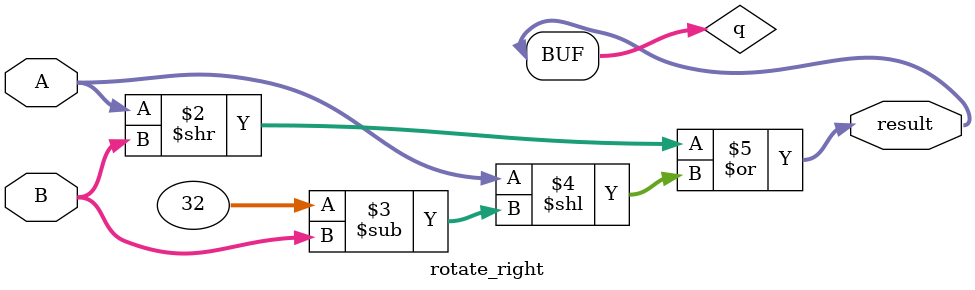
<source format=v>
module rotate_right (input [31:0] A, B, output [31:0] result);
	reg [31:0] q;
	always @ (A or B) begin
		q = (A >>  B) | (A << 32-B);
	end
	assign result = q;
endmodule 
</source>
